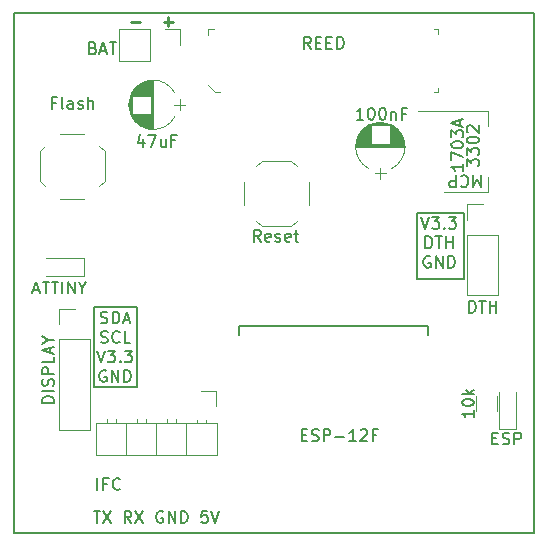
<source format=gbr>
G04 #@! TF.FileFunction,Legend,Top*
%FSLAX46Y46*%
G04 Gerber Fmt 4.6, Leading zero omitted, Abs format (unit mm)*
G04 Created by KiCad (PCBNEW 4.0.7) date Sun Jun 24 13:53:47 2018*
%MOMM*%
%LPD*%
G01*
G04 APERTURE LIST*
%ADD10C,0.100000*%
%ADD11C,0.150000*%
%ADD12C,0.200000*%
%ADD13C,0.250000*%
%ADD14C,0.152400*%
%ADD15C,0.120000*%
G04 APERTURE END LIST*
D10*
D11*
X116556476Y-111730381D02*
X117127905Y-111730381D01*
X116842190Y-112730381D02*
X116842190Y-111730381D01*
X117366000Y-111730381D02*
X118032667Y-112730381D01*
X118032667Y-111730381D02*
X117366000Y-112730381D01*
X119746953Y-112730381D02*
X119413619Y-112254190D01*
X119175524Y-112730381D02*
X119175524Y-111730381D01*
X119556477Y-111730381D01*
X119651715Y-111778000D01*
X119699334Y-111825619D01*
X119746953Y-111920857D01*
X119746953Y-112063714D01*
X119699334Y-112158952D01*
X119651715Y-112206571D01*
X119556477Y-112254190D01*
X119175524Y-112254190D01*
X120080286Y-111730381D02*
X120746953Y-112730381D01*
X120746953Y-111730381D02*
X120080286Y-112730381D01*
X122413620Y-111778000D02*
X122318382Y-111730381D01*
X122175525Y-111730381D01*
X122032667Y-111778000D01*
X121937429Y-111873238D01*
X121889810Y-111968476D01*
X121842191Y-112158952D01*
X121842191Y-112301810D01*
X121889810Y-112492286D01*
X121937429Y-112587524D01*
X122032667Y-112682762D01*
X122175525Y-112730381D01*
X122270763Y-112730381D01*
X122413620Y-112682762D01*
X122461239Y-112635143D01*
X122461239Y-112301810D01*
X122270763Y-112301810D01*
X122889810Y-112730381D02*
X122889810Y-111730381D01*
X123461239Y-112730381D01*
X123461239Y-111730381D01*
X123937429Y-112730381D02*
X123937429Y-111730381D01*
X124175524Y-111730381D01*
X124318382Y-111778000D01*
X124413620Y-111873238D01*
X124461239Y-111968476D01*
X124508858Y-112158952D01*
X124508858Y-112301810D01*
X124461239Y-112492286D01*
X124413620Y-112587524D01*
X124318382Y-112682762D01*
X124175524Y-112730381D01*
X123937429Y-112730381D01*
X126175525Y-111730381D02*
X125699334Y-111730381D01*
X125651715Y-112206571D01*
X125699334Y-112158952D01*
X125794572Y-112111333D01*
X126032668Y-112111333D01*
X126127906Y-112158952D01*
X126175525Y-112206571D01*
X126223144Y-112301810D01*
X126223144Y-112539905D01*
X126175525Y-112635143D01*
X126127906Y-112682762D01*
X126032668Y-112730381D01*
X125794572Y-112730381D01*
X125699334Y-112682762D01*
X125651715Y-112635143D01*
X126508858Y-111730381D02*
X126842191Y-112730381D01*
X127175525Y-111730381D01*
X149363333Y-83307619D02*
X149363333Y-84307619D01*
X149029999Y-83593333D01*
X148696666Y-84307619D01*
X148696666Y-83307619D01*
X147649047Y-83402857D02*
X147696666Y-83355238D01*
X147839523Y-83307619D01*
X147934761Y-83307619D01*
X148077619Y-83355238D01*
X148172857Y-83450476D01*
X148220476Y-83545714D01*
X148268095Y-83736190D01*
X148268095Y-83879048D01*
X148220476Y-84069524D01*
X148172857Y-84164762D01*
X148077619Y-84260000D01*
X147934761Y-84307619D01*
X147839523Y-84307619D01*
X147696666Y-84260000D01*
X147649047Y-84212381D01*
X147220476Y-83307619D02*
X147220476Y-84307619D01*
X146839523Y-84307619D01*
X146744285Y-84260000D01*
X146696666Y-84212381D01*
X146649047Y-84117143D01*
X146649047Y-83974286D01*
X146696666Y-83879048D01*
X146744285Y-83831429D01*
X146839523Y-83783810D01*
X147220476Y-83783810D01*
D12*
X116560000Y-101198000D02*
X116560000Y-94428000D01*
X147240000Y-92100000D02*
X147880000Y-92100000D01*
X143910000Y-86490000D02*
X143910000Y-92100000D01*
X147870000Y-86490000D02*
X143910000Y-86490000D01*
X147880000Y-92090000D02*
X147880000Y-86490000D01*
X143910000Y-92090000D02*
X147490000Y-92090000D01*
X116560000Y-94428000D02*
X116960000Y-94428000D01*
X120210000Y-101198000D02*
X116560000Y-101198000D01*
X120210000Y-94448000D02*
X120210000Y-101198000D01*
X116660000Y-94428000D02*
X120210000Y-94428000D01*
D13*
X119728095Y-70291429D02*
X120490000Y-70291429D01*
X122490000Y-70291429D02*
X123251905Y-70291429D01*
X122870953Y-70672381D02*
X122870953Y-69910476D01*
D11*
X117145714Y-95807762D02*
X117288571Y-95855381D01*
X117526667Y-95855381D01*
X117621905Y-95807762D01*
X117669524Y-95760143D01*
X117717143Y-95664905D01*
X117717143Y-95569667D01*
X117669524Y-95474429D01*
X117621905Y-95426810D01*
X117526667Y-95379190D01*
X117336190Y-95331571D01*
X117240952Y-95283952D01*
X117193333Y-95236333D01*
X117145714Y-95141095D01*
X117145714Y-95045857D01*
X117193333Y-94950619D01*
X117240952Y-94903000D01*
X117336190Y-94855381D01*
X117574286Y-94855381D01*
X117717143Y-94903000D01*
X118145714Y-95855381D02*
X118145714Y-94855381D01*
X118383809Y-94855381D01*
X118526667Y-94903000D01*
X118621905Y-94998238D01*
X118669524Y-95093476D01*
X118717143Y-95283952D01*
X118717143Y-95426810D01*
X118669524Y-95617286D01*
X118621905Y-95712524D01*
X118526667Y-95807762D01*
X118383809Y-95855381D01*
X118145714Y-95855381D01*
X119098095Y-95569667D02*
X119574286Y-95569667D01*
X119002857Y-95855381D02*
X119336190Y-94855381D01*
X119669524Y-95855381D01*
X117169524Y-97457762D02*
X117312381Y-97505381D01*
X117550477Y-97505381D01*
X117645715Y-97457762D01*
X117693334Y-97410143D01*
X117740953Y-97314905D01*
X117740953Y-97219667D01*
X117693334Y-97124429D01*
X117645715Y-97076810D01*
X117550477Y-97029190D01*
X117360000Y-96981571D01*
X117264762Y-96933952D01*
X117217143Y-96886333D01*
X117169524Y-96791095D01*
X117169524Y-96695857D01*
X117217143Y-96600619D01*
X117264762Y-96553000D01*
X117360000Y-96505381D01*
X117598096Y-96505381D01*
X117740953Y-96553000D01*
X118740953Y-97410143D02*
X118693334Y-97457762D01*
X118550477Y-97505381D01*
X118455239Y-97505381D01*
X118312381Y-97457762D01*
X118217143Y-97362524D01*
X118169524Y-97267286D01*
X118121905Y-97076810D01*
X118121905Y-96933952D01*
X118169524Y-96743476D01*
X118217143Y-96648238D01*
X118312381Y-96553000D01*
X118455239Y-96505381D01*
X118550477Y-96505381D01*
X118693334Y-96553000D01*
X118740953Y-96600619D01*
X119645715Y-97505381D02*
X119169524Y-97505381D01*
X119169524Y-96505381D01*
X116836191Y-98155381D02*
X117169524Y-99155381D01*
X117502858Y-98155381D01*
X117740953Y-98155381D02*
X118360001Y-98155381D01*
X118026667Y-98536333D01*
X118169525Y-98536333D01*
X118264763Y-98583952D01*
X118312382Y-98631571D01*
X118360001Y-98726810D01*
X118360001Y-98964905D01*
X118312382Y-99060143D01*
X118264763Y-99107762D01*
X118169525Y-99155381D01*
X117883810Y-99155381D01*
X117788572Y-99107762D01*
X117740953Y-99060143D01*
X118788572Y-99060143D02*
X118836191Y-99107762D01*
X118788572Y-99155381D01*
X118740953Y-99107762D01*
X118788572Y-99060143D01*
X118788572Y-99155381D01*
X119169524Y-98155381D02*
X119788572Y-98155381D01*
X119455238Y-98536333D01*
X119598096Y-98536333D01*
X119693334Y-98583952D01*
X119740953Y-98631571D01*
X119788572Y-98726810D01*
X119788572Y-98964905D01*
X119740953Y-99060143D01*
X119693334Y-99107762D01*
X119598096Y-99155381D01*
X119312381Y-99155381D01*
X119217143Y-99107762D01*
X119169524Y-99060143D01*
X117598096Y-99853000D02*
X117502858Y-99805381D01*
X117360001Y-99805381D01*
X117217143Y-99853000D01*
X117121905Y-99948238D01*
X117074286Y-100043476D01*
X117026667Y-100233952D01*
X117026667Y-100376810D01*
X117074286Y-100567286D01*
X117121905Y-100662524D01*
X117217143Y-100757762D01*
X117360001Y-100805381D01*
X117455239Y-100805381D01*
X117598096Y-100757762D01*
X117645715Y-100710143D01*
X117645715Y-100376810D01*
X117455239Y-100376810D01*
X118074286Y-100805381D02*
X118074286Y-99805381D01*
X118645715Y-100805381D01*
X118645715Y-99805381D01*
X119121905Y-100805381D02*
X119121905Y-99805381D01*
X119360000Y-99805381D01*
X119502858Y-99853000D01*
X119598096Y-99948238D01*
X119645715Y-100043476D01*
X119693334Y-100233952D01*
X119693334Y-100376810D01*
X119645715Y-100567286D01*
X119598096Y-100662524D01*
X119502858Y-100757762D01*
X119360000Y-100805381D01*
X119121905Y-100805381D01*
X144276191Y-86832381D02*
X144609524Y-87832381D01*
X144942858Y-86832381D01*
X145180953Y-86832381D02*
X145800001Y-86832381D01*
X145466667Y-87213333D01*
X145609525Y-87213333D01*
X145704763Y-87260952D01*
X145752382Y-87308571D01*
X145800001Y-87403810D01*
X145800001Y-87641905D01*
X145752382Y-87737143D01*
X145704763Y-87784762D01*
X145609525Y-87832381D01*
X145323810Y-87832381D01*
X145228572Y-87784762D01*
X145180953Y-87737143D01*
X146228572Y-87737143D02*
X146276191Y-87784762D01*
X146228572Y-87832381D01*
X146180953Y-87784762D01*
X146228572Y-87737143D01*
X146228572Y-87832381D01*
X146609524Y-86832381D02*
X147228572Y-86832381D01*
X146895238Y-87213333D01*
X147038096Y-87213333D01*
X147133334Y-87260952D01*
X147180953Y-87308571D01*
X147228572Y-87403810D01*
X147228572Y-87641905D01*
X147180953Y-87737143D01*
X147133334Y-87784762D01*
X147038096Y-87832381D01*
X146752381Y-87832381D01*
X146657143Y-87784762D01*
X146609524Y-87737143D01*
X144633333Y-89482381D02*
X144633333Y-88482381D01*
X144871428Y-88482381D01*
X145014286Y-88530000D01*
X145109524Y-88625238D01*
X145157143Y-88720476D01*
X145204762Y-88910952D01*
X145204762Y-89053810D01*
X145157143Y-89244286D01*
X145109524Y-89339524D01*
X145014286Y-89434762D01*
X144871428Y-89482381D01*
X144633333Y-89482381D01*
X145490476Y-88482381D02*
X146061905Y-88482381D01*
X145776190Y-89482381D02*
X145776190Y-88482381D01*
X146395238Y-89482381D02*
X146395238Y-88482381D01*
X146395238Y-88958571D02*
X146966667Y-88958571D01*
X146966667Y-89482381D02*
X146966667Y-88482381D01*
X145038096Y-90180000D02*
X144942858Y-90132381D01*
X144800001Y-90132381D01*
X144657143Y-90180000D01*
X144561905Y-90275238D01*
X144514286Y-90370476D01*
X144466667Y-90560952D01*
X144466667Y-90703810D01*
X144514286Y-90894286D01*
X144561905Y-90989524D01*
X144657143Y-91084762D01*
X144800001Y-91132381D01*
X144895239Y-91132381D01*
X145038096Y-91084762D01*
X145085715Y-91037143D01*
X145085715Y-90703810D01*
X144895239Y-90703810D01*
X145514286Y-91132381D02*
X145514286Y-90132381D01*
X146085715Y-91132381D01*
X146085715Y-90132381D01*
X146561905Y-91132381D02*
X146561905Y-90132381D01*
X146800000Y-90132381D01*
X146942858Y-90180000D01*
X147038096Y-90275238D01*
X147085715Y-90370476D01*
X147133334Y-90560952D01*
X147133334Y-90703810D01*
X147085715Y-90894286D01*
X147038096Y-90989524D01*
X146942858Y-91084762D01*
X146800000Y-91132381D01*
X146561905Y-91132381D01*
X148152381Y-82561905D02*
X148152381Y-81942857D01*
X148533333Y-82276191D01*
X148533333Y-82133333D01*
X148580952Y-82038095D01*
X148628571Y-81990476D01*
X148723810Y-81942857D01*
X148961905Y-81942857D01*
X149057143Y-81990476D01*
X149104762Y-82038095D01*
X149152381Y-82133333D01*
X149152381Y-82419048D01*
X149104762Y-82514286D01*
X149057143Y-82561905D01*
X148152381Y-81609524D02*
X148152381Y-80990476D01*
X148533333Y-81323810D01*
X148533333Y-81180952D01*
X148580952Y-81085714D01*
X148628571Y-81038095D01*
X148723810Y-80990476D01*
X148961905Y-80990476D01*
X149057143Y-81038095D01*
X149104762Y-81085714D01*
X149152381Y-81180952D01*
X149152381Y-81466667D01*
X149104762Y-81561905D01*
X149057143Y-81609524D01*
X148152381Y-80371429D02*
X148152381Y-80276190D01*
X148200000Y-80180952D01*
X148247619Y-80133333D01*
X148342857Y-80085714D01*
X148533333Y-80038095D01*
X148771429Y-80038095D01*
X148961905Y-80085714D01*
X149057143Y-80133333D01*
X149104762Y-80180952D01*
X149152381Y-80276190D01*
X149152381Y-80371429D01*
X149104762Y-80466667D01*
X149057143Y-80514286D01*
X148961905Y-80561905D01*
X148771429Y-80609524D01*
X148533333Y-80609524D01*
X148342857Y-80561905D01*
X148247619Y-80514286D01*
X148200000Y-80466667D01*
X148152381Y-80371429D01*
X148247619Y-79657143D02*
X148200000Y-79609524D01*
X148152381Y-79514286D01*
X148152381Y-79276190D01*
X148200000Y-79180952D01*
X148247619Y-79133333D01*
X148342857Y-79085714D01*
X148438095Y-79085714D01*
X148580952Y-79133333D01*
X149152381Y-79704762D01*
X149152381Y-79085714D01*
X109800000Y-113600000D02*
X109800000Y-69600000D01*
X153800000Y-113600000D02*
X109800000Y-113600000D01*
X153800000Y-69600000D02*
X153800000Y-113600000D01*
X109800000Y-69600000D02*
X153800000Y-69600000D01*
D14*
X144846000Y-96811000D02*
X144846000Y-96049000D01*
X144846000Y-96049000D02*
X128844000Y-96049000D01*
X128844000Y-96049000D02*
X128844000Y-96811000D01*
D15*
X139840830Y-79043564D02*
G75*
G03X139840000Y-82735996I979170J-1846436D01*
G01*
X141799170Y-79043564D02*
G75*
G02X141800000Y-82735996I-979170J-1846436D01*
G01*
X141799170Y-79043564D02*
G75*
G03X139840000Y-79044004I-979170J-1846436D01*
G01*
X138770000Y-80890000D02*
X142870000Y-80890000D01*
X138770000Y-80850000D02*
X142870000Y-80850000D01*
X138771000Y-80810000D02*
X142869000Y-80810000D01*
X138773000Y-80770000D02*
X142867000Y-80770000D01*
X138776000Y-80730000D02*
X142864000Y-80730000D01*
X138779000Y-80690000D02*
X142861000Y-80690000D01*
X138783000Y-80650000D02*
X140040000Y-80650000D01*
X141600000Y-80650000D02*
X142857000Y-80650000D01*
X138788000Y-80610000D02*
X140040000Y-80610000D01*
X141600000Y-80610000D02*
X142852000Y-80610000D01*
X138794000Y-80570000D02*
X140040000Y-80570000D01*
X141600000Y-80570000D02*
X142846000Y-80570000D01*
X138801000Y-80530000D02*
X140040000Y-80530000D01*
X141600000Y-80530000D02*
X142839000Y-80530000D01*
X138808000Y-80490000D02*
X140040000Y-80490000D01*
X141600000Y-80490000D02*
X142832000Y-80490000D01*
X138816000Y-80450000D02*
X140040000Y-80450000D01*
X141600000Y-80450000D02*
X142824000Y-80450000D01*
X138825000Y-80410000D02*
X140040000Y-80410000D01*
X141600000Y-80410000D02*
X142815000Y-80410000D01*
X138835000Y-80370000D02*
X140040000Y-80370000D01*
X141600000Y-80370000D02*
X142805000Y-80370000D01*
X138846000Y-80330000D02*
X140040000Y-80330000D01*
X141600000Y-80330000D02*
X142794000Y-80330000D01*
X138857000Y-80290000D02*
X140040000Y-80290000D01*
X141600000Y-80290000D02*
X142783000Y-80290000D01*
X138870000Y-80250000D02*
X140040000Y-80250000D01*
X141600000Y-80250000D02*
X142770000Y-80250000D01*
X138883000Y-80210000D02*
X140040000Y-80210000D01*
X141600000Y-80210000D02*
X142757000Y-80210000D01*
X138897000Y-80169000D02*
X140040000Y-80169000D01*
X141600000Y-80169000D02*
X142743000Y-80169000D01*
X138913000Y-80129000D02*
X140040000Y-80129000D01*
X141600000Y-80129000D02*
X142727000Y-80129000D01*
X138929000Y-80089000D02*
X140040000Y-80089000D01*
X141600000Y-80089000D02*
X142711000Y-80089000D01*
X138946000Y-80049000D02*
X140040000Y-80049000D01*
X141600000Y-80049000D02*
X142694000Y-80049000D01*
X138964000Y-80009000D02*
X140040000Y-80009000D01*
X141600000Y-80009000D02*
X142676000Y-80009000D01*
X138983000Y-79969000D02*
X140040000Y-79969000D01*
X141600000Y-79969000D02*
X142657000Y-79969000D01*
X139003000Y-79929000D02*
X140040000Y-79929000D01*
X141600000Y-79929000D02*
X142637000Y-79929000D01*
X139024000Y-79889000D02*
X140040000Y-79889000D01*
X141600000Y-79889000D02*
X142616000Y-79889000D01*
X139047000Y-79849000D02*
X140040000Y-79849000D01*
X141600000Y-79849000D02*
X142593000Y-79849000D01*
X139070000Y-79809000D02*
X140040000Y-79809000D01*
X141600000Y-79809000D02*
X142570000Y-79809000D01*
X139095000Y-79769000D02*
X140040000Y-79769000D01*
X141600000Y-79769000D02*
X142545000Y-79769000D01*
X139121000Y-79729000D02*
X140040000Y-79729000D01*
X141600000Y-79729000D02*
X142519000Y-79729000D01*
X139148000Y-79689000D02*
X140040000Y-79689000D01*
X141600000Y-79689000D02*
X142492000Y-79689000D01*
X139177000Y-79649000D02*
X140040000Y-79649000D01*
X141600000Y-79649000D02*
X142463000Y-79649000D01*
X139207000Y-79609000D02*
X140040000Y-79609000D01*
X141600000Y-79609000D02*
X142433000Y-79609000D01*
X139239000Y-79569000D02*
X140040000Y-79569000D01*
X141600000Y-79569000D02*
X142401000Y-79569000D01*
X139273000Y-79529000D02*
X140040000Y-79529000D01*
X141600000Y-79529000D02*
X142367000Y-79529000D01*
X139308000Y-79489000D02*
X140040000Y-79489000D01*
X141600000Y-79489000D02*
X142332000Y-79489000D01*
X139345000Y-79449000D02*
X140040000Y-79449000D01*
X141600000Y-79449000D02*
X142295000Y-79449000D01*
X139384000Y-79409000D02*
X140040000Y-79409000D01*
X141600000Y-79409000D02*
X142256000Y-79409000D01*
X139425000Y-79369000D02*
X140040000Y-79369000D01*
X141600000Y-79369000D02*
X142215000Y-79369000D01*
X139469000Y-79329000D02*
X140040000Y-79329000D01*
X141600000Y-79329000D02*
X142171000Y-79329000D01*
X139515000Y-79289000D02*
X140040000Y-79289000D01*
X141600000Y-79289000D02*
X142125000Y-79289000D01*
X139564000Y-79249000D02*
X140040000Y-79249000D01*
X141600000Y-79249000D02*
X142076000Y-79249000D01*
X139616000Y-79209000D02*
X140040000Y-79209000D01*
X141600000Y-79209000D02*
X142024000Y-79209000D01*
X139672000Y-79169000D02*
X140040000Y-79169000D01*
X141600000Y-79169000D02*
X141968000Y-79169000D01*
X139732000Y-79129000D02*
X140040000Y-79129000D01*
X141600000Y-79129000D02*
X141908000Y-79129000D01*
X139797000Y-79089000D02*
X141843000Y-79089000D01*
X139868000Y-79049000D02*
X141772000Y-79049000D01*
X139946000Y-79009000D02*
X141694000Y-79009000D01*
X140034000Y-78969000D02*
X141606000Y-78969000D01*
X140134000Y-78929000D02*
X141506000Y-78929000D01*
X140253000Y-78889000D02*
X141387000Y-78889000D01*
X140405000Y-78849000D02*
X141235000Y-78849000D01*
X140655000Y-78809000D02*
X140985000Y-78809000D01*
X140820000Y-83590000D02*
X140820000Y-82690000D01*
X140370000Y-83140000D02*
X141270000Y-83140000D01*
X119743564Y-78319170D02*
G75*
G03X123435996Y-78320000I1846436J979170D01*
G01*
X119743564Y-76360830D02*
G75*
G02X123435996Y-76360000I1846436J-979170D01*
G01*
X119743564Y-76360830D02*
G75*
G03X119744004Y-78320000I1846436J-979170D01*
G01*
X121590000Y-79390000D02*
X121590000Y-75290000D01*
X121550000Y-79390000D02*
X121550000Y-75290000D01*
X121510000Y-79389000D02*
X121510000Y-75291000D01*
X121470000Y-79387000D02*
X121470000Y-75293000D01*
X121430000Y-79384000D02*
X121430000Y-75296000D01*
X121390000Y-79381000D02*
X121390000Y-75299000D01*
X121350000Y-79377000D02*
X121350000Y-78120000D01*
X121350000Y-76560000D02*
X121350000Y-75303000D01*
X121310000Y-79372000D02*
X121310000Y-78120000D01*
X121310000Y-76560000D02*
X121310000Y-75308000D01*
X121270000Y-79366000D02*
X121270000Y-78120000D01*
X121270000Y-76560000D02*
X121270000Y-75314000D01*
X121230000Y-79359000D02*
X121230000Y-78120000D01*
X121230000Y-76560000D02*
X121230000Y-75321000D01*
X121190000Y-79352000D02*
X121190000Y-78120000D01*
X121190000Y-76560000D02*
X121190000Y-75328000D01*
X121150000Y-79344000D02*
X121150000Y-78120000D01*
X121150000Y-76560000D02*
X121150000Y-75336000D01*
X121110000Y-79335000D02*
X121110000Y-78120000D01*
X121110000Y-76560000D02*
X121110000Y-75345000D01*
X121070000Y-79325000D02*
X121070000Y-78120000D01*
X121070000Y-76560000D02*
X121070000Y-75355000D01*
X121030000Y-79314000D02*
X121030000Y-78120000D01*
X121030000Y-76560000D02*
X121030000Y-75366000D01*
X120990000Y-79303000D02*
X120990000Y-78120000D01*
X120990000Y-76560000D02*
X120990000Y-75377000D01*
X120950000Y-79290000D02*
X120950000Y-78120000D01*
X120950000Y-76560000D02*
X120950000Y-75390000D01*
X120910000Y-79277000D02*
X120910000Y-78120000D01*
X120910000Y-76560000D02*
X120910000Y-75403000D01*
X120869000Y-79263000D02*
X120869000Y-78120000D01*
X120869000Y-76560000D02*
X120869000Y-75417000D01*
X120829000Y-79247000D02*
X120829000Y-78120000D01*
X120829000Y-76560000D02*
X120829000Y-75433000D01*
X120789000Y-79231000D02*
X120789000Y-78120000D01*
X120789000Y-76560000D02*
X120789000Y-75449000D01*
X120749000Y-79214000D02*
X120749000Y-78120000D01*
X120749000Y-76560000D02*
X120749000Y-75466000D01*
X120709000Y-79196000D02*
X120709000Y-78120000D01*
X120709000Y-76560000D02*
X120709000Y-75484000D01*
X120669000Y-79177000D02*
X120669000Y-78120000D01*
X120669000Y-76560000D02*
X120669000Y-75503000D01*
X120629000Y-79157000D02*
X120629000Y-78120000D01*
X120629000Y-76560000D02*
X120629000Y-75523000D01*
X120589000Y-79136000D02*
X120589000Y-78120000D01*
X120589000Y-76560000D02*
X120589000Y-75544000D01*
X120549000Y-79113000D02*
X120549000Y-78120000D01*
X120549000Y-76560000D02*
X120549000Y-75567000D01*
X120509000Y-79090000D02*
X120509000Y-78120000D01*
X120509000Y-76560000D02*
X120509000Y-75590000D01*
X120469000Y-79065000D02*
X120469000Y-78120000D01*
X120469000Y-76560000D02*
X120469000Y-75615000D01*
X120429000Y-79039000D02*
X120429000Y-78120000D01*
X120429000Y-76560000D02*
X120429000Y-75641000D01*
X120389000Y-79012000D02*
X120389000Y-78120000D01*
X120389000Y-76560000D02*
X120389000Y-75668000D01*
X120349000Y-78983000D02*
X120349000Y-78120000D01*
X120349000Y-76560000D02*
X120349000Y-75697000D01*
X120309000Y-78953000D02*
X120309000Y-78120000D01*
X120309000Y-76560000D02*
X120309000Y-75727000D01*
X120269000Y-78921000D02*
X120269000Y-78120000D01*
X120269000Y-76560000D02*
X120269000Y-75759000D01*
X120229000Y-78887000D02*
X120229000Y-78120000D01*
X120229000Y-76560000D02*
X120229000Y-75793000D01*
X120189000Y-78852000D02*
X120189000Y-78120000D01*
X120189000Y-76560000D02*
X120189000Y-75828000D01*
X120149000Y-78815000D02*
X120149000Y-78120000D01*
X120149000Y-76560000D02*
X120149000Y-75865000D01*
X120109000Y-78776000D02*
X120109000Y-78120000D01*
X120109000Y-76560000D02*
X120109000Y-75904000D01*
X120069000Y-78735000D02*
X120069000Y-78120000D01*
X120069000Y-76560000D02*
X120069000Y-75945000D01*
X120029000Y-78691000D02*
X120029000Y-78120000D01*
X120029000Y-76560000D02*
X120029000Y-75989000D01*
X119989000Y-78645000D02*
X119989000Y-78120000D01*
X119989000Y-76560000D02*
X119989000Y-76035000D01*
X119949000Y-78596000D02*
X119949000Y-78120000D01*
X119949000Y-76560000D02*
X119949000Y-76084000D01*
X119909000Y-78544000D02*
X119909000Y-78120000D01*
X119909000Y-76560000D02*
X119909000Y-76136000D01*
X119869000Y-78488000D02*
X119869000Y-78120000D01*
X119869000Y-76560000D02*
X119869000Y-76192000D01*
X119829000Y-78428000D02*
X119829000Y-78120000D01*
X119829000Y-76560000D02*
X119829000Y-76252000D01*
X119789000Y-78363000D02*
X119789000Y-76317000D01*
X119749000Y-78292000D02*
X119749000Y-76388000D01*
X119709000Y-78214000D02*
X119709000Y-76466000D01*
X119669000Y-78126000D02*
X119669000Y-76554000D01*
X119629000Y-78026000D02*
X119629000Y-76654000D01*
X119589000Y-77907000D02*
X119589000Y-76773000D01*
X119549000Y-77755000D02*
X119549000Y-76925000D01*
X119509000Y-77505000D02*
X119509000Y-77175000D01*
X124290000Y-77340000D02*
X123390000Y-77340000D01*
X123840000Y-77790000D02*
X123840000Y-76890000D01*
X112520000Y-90330000D02*
X115720000Y-90330000D01*
X115720000Y-91830000D02*
X112520000Y-91830000D01*
X115720000Y-91830000D02*
X115720000Y-90330000D01*
X152334000Y-101626000D02*
X152334000Y-104826000D01*
X150834000Y-104826000D02*
X150834000Y-101626000D01*
X150834000Y-104826000D02*
X152334000Y-104826000D01*
X148926000Y-103226000D02*
X148926000Y-102026000D01*
X150686000Y-102026000D02*
X150686000Y-103226000D01*
X133726000Y-82546000D02*
X133276000Y-82096000D01*
X130326000Y-82546000D02*
X130776000Y-82096000D01*
X130326000Y-87146000D02*
X130776000Y-87596000D01*
X133726000Y-87146000D02*
X133276000Y-87596000D01*
X129276000Y-85846000D02*
X129276000Y-83846000D01*
X133276000Y-82096000D02*
X130776000Y-82096000D01*
X134776000Y-85846000D02*
X134776000Y-83846000D01*
X133276000Y-87596000D02*
X130776000Y-87596000D01*
X112420000Y-80830000D02*
X111970000Y-81280000D01*
X112420000Y-84230000D02*
X111970000Y-83780000D01*
X117020000Y-84230000D02*
X117470000Y-83780000D01*
X117020000Y-80830000D02*
X117470000Y-81280000D01*
X115720000Y-85280000D02*
X113720000Y-85280000D01*
X111970000Y-81280000D02*
X111970000Y-83780000D01*
X115720000Y-79780000D02*
X113720000Y-79780000D01*
X117470000Y-81280000D02*
X117470000Y-83780000D01*
X149980000Y-84700000D02*
X149980000Y-83440000D01*
X149980000Y-77880000D02*
X149980000Y-79140000D01*
X146220000Y-84700000D02*
X149980000Y-84700000D01*
X143970000Y-77880000D02*
X149980000Y-77880000D01*
D10*
X126210000Y-75660000D02*
X126785000Y-76260000D01*
X126785000Y-76260000D02*
X127235000Y-76260000D01*
X126760000Y-70960000D02*
X126210000Y-70960000D01*
X126210000Y-70960000D02*
X126210000Y-71410000D01*
X145710000Y-75910000D02*
X145710000Y-76260000D01*
X145710000Y-76260000D02*
X145335000Y-76260000D01*
X145335000Y-70960000D02*
X145710000Y-70960000D01*
X145710000Y-70960000D02*
X145710000Y-71310000D01*
D15*
X148160000Y-93480000D02*
X150820000Y-93480000D01*
X148160000Y-88340000D02*
X148160000Y-93480000D01*
X150820000Y-88340000D02*
X150820000Y-93480000D01*
X148160000Y-88340000D02*
X150820000Y-88340000D01*
X148160000Y-87070000D02*
X148160000Y-85740000D01*
X148160000Y-85740000D02*
X149490000Y-85740000D01*
X118700000Y-70950000D02*
X118700000Y-73610000D01*
X121300000Y-70950000D02*
X118700000Y-70950000D01*
X121300000Y-73610000D02*
X118700000Y-73610000D01*
X121300000Y-70950000D02*
X121300000Y-73610000D01*
X122570000Y-70950000D02*
X123900000Y-70950000D01*
X123900000Y-70950000D02*
X123900000Y-72280000D01*
X113610000Y-97190000D02*
X113610000Y-104870000D01*
X113610000Y-104870000D02*
X116270000Y-104870000D01*
X116270000Y-104870000D02*
X116270000Y-97190000D01*
X116270000Y-97190000D02*
X113610000Y-97190000D01*
X113610000Y-95920000D02*
X113610000Y-94590000D01*
X113610000Y-94590000D02*
X114940000Y-94590000D01*
X127006000Y-104320000D02*
X116726000Y-104320000D01*
X116726000Y-104320000D02*
X116726000Y-106980000D01*
X116726000Y-106980000D02*
X127006000Y-106980000D01*
X127006000Y-106980000D02*
X127006000Y-104320000D01*
X126056000Y-103990000D02*
X126056000Y-104320000D01*
X125296000Y-103990000D02*
X125296000Y-104320000D01*
X124406000Y-104320000D02*
X124406000Y-106980000D01*
X123516000Y-103922929D02*
X123516000Y-104320000D01*
X122756000Y-103922929D02*
X122756000Y-104320000D01*
X121866000Y-104320000D02*
X121866000Y-106980000D01*
X120976000Y-103922929D02*
X120976000Y-104320000D01*
X120216000Y-103922929D02*
X120216000Y-104320000D01*
X119326000Y-104320000D02*
X119326000Y-106980000D01*
X118436000Y-103922929D02*
X118436000Y-104320000D01*
X117676000Y-103922929D02*
X117676000Y-104320000D01*
X125676000Y-101610000D02*
X126946000Y-101610000D01*
X126946000Y-101610000D02*
X126946000Y-102880000D01*
D11*
X134159524Y-105288571D02*
X134492858Y-105288571D01*
X134635715Y-105812381D02*
X134159524Y-105812381D01*
X134159524Y-104812381D01*
X134635715Y-104812381D01*
X135016667Y-105764762D02*
X135159524Y-105812381D01*
X135397620Y-105812381D01*
X135492858Y-105764762D01*
X135540477Y-105717143D01*
X135588096Y-105621905D01*
X135588096Y-105526667D01*
X135540477Y-105431429D01*
X135492858Y-105383810D01*
X135397620Y-105336190D01*
X135207143Y-105288571D01*
X135111905Y-105240952D01*
X135064286Y-105193333D01*
X135016667Y-105098095D01*
X135016667Y-105002857D01*
X135064286Y-104907619D01*
X135111905Y-104860000D01*
X135207143Y-104812381D01*
X135445239Y-104812381D01*
X135588096Y-104860000D01*
X136016667Y-105812381D02*
X136016667Y-104812381D01*
X136397620Y-104812381D01*
X136492858Y-104860000D01*
X136540477Y-104907619D01*
X136588096Y-105002857D01*
X136588096Y-105145714D01*
X136540477Y-105240952D01*
X136492858Y-105288571D01*
X136397620Y-105336190D01*
X136016667Y-105336190D01*
X137016667Y-105431429D02*
X137778572Y-105431429D01*
X138778572Y-105812381D02*
X138207143Y-105812381D01*
X138492857Y-105812381D02*
X138492857Y-104812381D01*
X138397619Y-104955238D01*
X138302381Y-105050476D01*
X138207143Y-105098095D01*
X139159524Y-104907619D02*
X139207143Y-104860000D01*
X139302381Y-104812381D01*
X139540477Y-104812381D01*
X139635715Y-104860000D01*
X139683334Y-104907619D01*
X139730953Y-105002857D01*
X139730953Y-105098095D01*
X139683334Y-105240952D01*
X139111905Y-105812381D01*
X139730953Y-105812381D01*
X140492858Y-105288571D02*
X140159524Y-105288571D01*
X140159524Y-105812381D02*
X140159524Y-104812381D01*
X140635715Y-104812381D01*
X139382381Y-78602381D02*
X138810952Y-78602381D01*
X139096666Y-78602381D02*
X139096666Y-77602381D01*
X139001428Y-77745238D01*
X138906190Y-77840476D01*
X138810952Y-77888095D01*
X140001428Y-77602381D02*
X140096667Y-77602381D01*
X140191905Y-77650000D01*
X140239524Y-77697619D01*
X140287143Y-77792857D01*
X140334762Y-77983333D01*
X140334762Y-78221429D01*
X140287143Y-78411905D01*
X140239524Y-78507143D01*
X140191905Y-78554762D01*
X140096667Y-78602381D01*
X140001428Y-78602381D01*
X139906190Y-78554762D01*
X139858571Y-78507143D01*
X139810952Y-78411905D01*
X139763333Y-78221429D01*
X139763333Y-77983333D01*
X139810952Y-77792857D01*
X139858571Y-77697619D01*
X139906190Y-77650000D01*
X140001428Y-77602381D01*
X140953809Y-77602381D02*
X141049048Y-77602381D01*
X141144286Y-77650000D01*
X141191905Y-77697619D01*
X141239524Y-77792857D01*
X141287143Y-77983333D01*
X141287143Y-78221429D01*
X141239524Y-78411905D01*
X141191905Y-78507143D01*
X141144286Y-78554762D01*
X141049048Y-78602381D01*
X140953809Y-78602381D01*
X140858571Y-78554762D01*
X140810952Y-78507143D01*
X140763333Y-78411905D01*
X140715714Y-78221429D01*
X140715714Y-77983333D01*
X140763333Y-77792857D01*
X140810952Y-77697619D01*
X140858571Y-77650000D01*
X140953809Y-77602381D01*
X141715714Y-77935714D02*
X141715714Y-78602381D01*
X141715714Y-78030952D02*
X141763333Y-77983333D01*
X141858571Y-77935714D01*
X142001429Y-77935714D01*
X142096667Y-77983333D01*
X142144286Y-78078571D01*
X142144286Y-78602381D01*
X142953810Y-78078571D02*
X142620476Y-78078571D01*
X142620476Y-78602381D02*
X142620476Y-77602381D01*
X143096667Y-77602381D01*
X120753334Y-80215714D02*
X120753334Y-80882381D01*
X120515238Y-79834762D02*
X120277143Y-80549048D01*
X120896191Y-80549048D01*
X121181905Y-79882381D02*
X121848572Y-79882381D01*
X121420000Y-80882381D01*
X122658096Y-80215714D02*
X122658096Y-80882381D01*
X122229524Y-80215714D02*
X122229524Y-80739524D01*
X122277143Y-80834762D01*
X122372381Y-80882381D01*
X122515239Y-80882381D01*
X122610477Y-80834762D01*
X122658096Y-80787143D01*
X123467620Y-80358571D02*
X123134286Y-80358571D01*
X123134286Y-80882381D02*
X123134286Y-79882381D01*
X123610477Y-79882381D01*
X111459524Y-93016667D02*
X111935715Y-93016667D01*
X111364286Y-93302381D02*
X111697619Y-92302381D01*
X112030953Y-93302381D01*
X112221429Y-92302381D02*
X112792858Y-92302381D01*
X112507143Y-93302381D02*
X112507143Y-92302381D01*
X112983334Y-92302381D02*
X113554763Y-92302381D01*
X113269048Y-93302381D02*
X113269048Y-92302381D01*
X113888096Y-93302381D02*
X113888096Y-92302381D01*
X114364286Y-93302381D02*
X114364286Y-92302381D01*
X114935715Y-93302381D01*
X114935715Y-92302381D01*
X115602381Y-92826190D02*
X115602381Y-93302381D01*
X115269048Y-92302381D02*
X115602381Y-92826190D01*
X115935715Y-92302381D01*
X150313524Y-105574571D02*
X150646858Y-105574571D01*
X150789715Y-106098381D02*
X150313524Y-106098381D01*
X150313524Y-105098381D01*
X150789715Y-105098381D01*
X151170667Y-106050762D02*
X151313524Y-106098381D01*
X151551620Y-106098381D01*
X151646858Y-106050762D01*
X151694477Y-106003143D01*
X151742096Y-105907905D01*
X151742096Y-105812667D01*
X151694477Y-105717429D01*
X151646858Y-105669810D01*
X151551620Y-105622190D01*
X151361143Y-105574571D01*
X151265905Y-105526952D01*
X151218286Y-105479333D01*
X151170667Y-105384095D01*
X151170667Y-105288857D01*
X151218286Y-105193619D01*
X151265905Y-105146000D01*
X151361143Y-105098381D01*
X151599239Y-105098381D01*
X151742096Y-105146000D01*
X152170667Y-106098381D02*
X152170667Y-105098381D01*
X152551620Y-105098381D01*
X152646858Y-105146000D01*
X152694477Y-105193619D01*
X152742096Y-105288857D01*
X152742096Y-105431714D01*
X152694477Y-105526952D01*
X152646858Y-105574571D01*
X152551620Y-105622190D01*
X152170667Y-105622190D01*
X148734381Y-103221238D02*
X148734381Y-103792667D01*
X148734381Y-103506953D02*
X147734381Y-103506953D01*
X147877238Y-103602191D01*
X147972476Y-103697429D01*
X148020095Y-103792667D01*
X147734381Y-102602191D02*
X147734381Y-102506952D01*
X147782000Y-102411714D01*
X147829619Y-102364095D01*
X147924857Y-102316476D01*
X148115333Y-102268857D01*
X148353429Y-102268857D01*
X148543905Y-102316476D01*
X148639143Y-102364095D01*
X148686762Y-102411714D01*
X148734381Y-102506952D01*
X148734381Y-102602191D01*
X148686762Y-102697429D01*
X148639143Y-102745048D01*
X148543905Y-102792667D01*
X148353429Y-102840286D01*
X148115333Y-102840286D01*
X147924857Y-102792667D01*
X147829619Y-102745048D01*
X147782000Y-102697429D01*
X147734381Y-102602191D01*
X148734381Y-101840286D02*
X147734381Y-101840286D01*
X148353429Y-101745048D02*
X148734381Y-101459333D01*
X148067714Y-101459333D02*
X148448667Y-101840286D01*
X130697905Y-88928381D02*
X130364571Y-88452190D01*
X130126476Y-88928381D02*
X130126476Y-87928381D01*
X130507429Y-87928381D01*
X130602667Y-87976000D01*
X130650286Y-88023619D01*
X130697905Y-88118857D01*
X130697905Y-88261714D01*
X130650286Y-88356952D01*
X130602667Y-88404571D01*
X130507429Y-88452190D01*
X130126476Y-88452190D01*
X131507429Y-88880762D02*
X131412191Y-88928381D01*
X131221714Y-88928381D01*
X131126476Y-88880762D01*
X131078857Y-88785524D01*
X131078857Y-88404571D01*
X131126476Y-88309333D01*
X131221714Y-88261714D01*
X131412191Y-88261714D01*
X131507429Y-88309333D01*
X131555048Y-88404571D01*
X131555048Y-88499810D01*
X131078857Y-88595048D01*
X131936000Y-88880762D02*
X132031238Y-88928381D01*
X132221714Y-88928381D01*
X132316953Y-88880762D01*
X132364572Y-88785524D01*
X132364572Y-88737905D01*
X132316953Y-88642667D01*
X132221714Y-88595048D01*
X132078857Y-88595048D01*
X131983619Y-88547429D01*
X131936000Y-88452190D01*
X131936000Y-88404571D01*
X131983619Y-88309333D01*
X132078857Y-88261714D01*
X132221714Y-88261714D01*
X132316953Y-88309333D01*
X133174096Y-88880762D02*
X133078858Y-88928381D01*
X132888381Y-88928381D01*
X132793143Y-88880762D01*
X132745524Y-88785524D01*
X132745524Y-88404571D01*
X132793143Y-88309333D01*
X132888381Y-88261714D01*
X133078858Y-88261714D01*
X133174096Y-88309333D01*
X133221715Y-88404571D01*
X133221715Y-88499810D01*
X132745524Y-88595048D01*
X133507429Y-88261714D02*
X133888381Y-88261714D01*
X133650286Y-87928381D02*
X133650286Y-88785524D01*
X133697905Y-88880762D01*
X133793143Y-88928381D01*
X133888381Y-88928381D01*
X113325429Y-77154571D02*
X112992095Y-77154571D01*
X112992095Y-77678381D02*
X112992095Y-76678381D01*
X113468286Y-76678381D01*
X113992095Y-77678381D02*
X113896857Y-77630762D01*
X113849238Y-77535524D01*
X113849238Y-76678381D01*
X114801620Y-77678381D02*
X114801620Y-77154571D01*
X114754001Y-77059333D01*
X114658763Y-77011714D01*
X114468286Y-77011714D01*
X114373048Y-77059333D01*
X114801620Y-77630762D02*
X114706382Y-77678381D01*
X114468286Y-77678381D01*
X114373048Y-77630762D01*
X114325429Y-77535524D01*
X114325429Y-77440286D01*
X114373048Y-77345048D01*
X114468286Y-77297429D01*
X114706382Y-77297429D01*
X114801620Y-77249810D01*
X115230191Y-77630762D02*
X115325429Y-77678381D01*
X115515905Y-77678381D01*
X115611144Y-77630762D01*
X115658763Y-77535524D01*
X115658763Y-77487905D01*
X115611144Y-77392667D01*
X115515905Y-77345048D01*
X115373048Y-77345048D01*
X115277810Y-77297429D01*
X115230191Y-77202190D01*
X115230191Y-77154571D01*
X115277810Y-77059333D01*
X115373048Y-77011714D01*
X115515905Y-77011714D01*
X115611144Y-77059333D01*
X116087334Y-77678381D02*
X116087334Y-76678381D01*
X116515906Y-77678381D02*
X116515906Y-77154571D01*
X116468287Y-77059333D01*
X116373049Y-77011714D01*
X116230191Y-77011714D01*
X116134953Y-77059333D01*
X116087334Y-77106952D01*
X147832381Y-82341428D02*
X147832381Y-82912857D01*
X147832381Y-82627143D02*
X146832381Y-82627143D01*
X146975238Y-82722381D01*
X147070476Y-82817619D01*
X147118095Y-82912857D01*
X146832381Y-82008095D02*
X146832381Y-81341428D01*
X147832381Y-81770000D01*
X146832381Y-80770000D02*
X146832381Y-80674761D01*
X146880000Y-80579523D01*
X146927619Y-80531904D01*
X147022857Y-80484285D01*
X147213333Y-80436666D01*
X147451429Y-80436666D01*
X147641905Y-80484285D01*
X147737143Y-80531904D01*
X147784762Y-80579523D01*
X147832381Y-80674761D01*
X147832381Y-80770000D01*
X147784762Y-80865238D01*
X147737143Y-80912857D01*
X147641905Y-80960476D01*
X147451429Y-81008095D01*
X147213333Y-81008095D01*
X147022857Y-80960476D01*
X146927619Y-80912857D01*
X146880000Y-80865238D01*
X146832381Y-80770000D01*
X146832381Y-80103333D02*
X146832381Y-79484285D01*
X147213333Y-79817619D01*
X147213333Y-79674761D01*
X147260952Y-79579523D01*
X147308571Y-79531904D01*
X147403810Y-79484285D01*
X147641905Y-79484285D01*
X147737143Y-79531904D01*
X147784762Y-79579523D01*
X147832381Y-79674761D01*
X147832381Y-79960476D01*
X147784762Y-80055714D01*
X147737143Y-80103333D01*
X147546667Y-79103333D02*
X147546667Y-78627142D01*
X147832381Y-79198571D02*
X146832381Y-78865238D01*
X147832381Y-78531904D01*
X134924762Y-72592381D02*
X134591428Y-72116190D01*
X134353333Y-72592381D02*
X134353333Y-71592381D01*
X134734286Y-71592381D01*
X134829524Y-71640000D01*
X134877143Y-71687619D01*
X134924762Y-71782857D01*
X134924762Y-71925714D01*
X134877143Y-72020952D01*
X134829524Y-72068571D01*
X134734286Y-72116190D01*
X134353333Y-72116190D01*
X135353333Y-72068571D02*
X135686667Y-72068571D01*
X135829524Y-72592381D02*
X135353333Y-72592381D01*
X135353333Y-71592381D01*
X135829524Y-71592381D01*
X136258095Y-72068571D02*
X136591429Y-72068571D01*
X136734286Y-72592381D02*
X136258095Y-72592381D01*
X136258095Y-71592381D01*
X136734286Y-71592381D01*
X137162857Y-72592381D02*
X137162857Y-71592381D01*
X137400952Y-71592381D01*
X137543810Y-71640000D01*
X137639048Y-71735238D01*
X137686667Y-71830476D01*
X137734286Y-72020952D01*
X137734286Y-72163810D01*
X137686667Y-72354286D01*
X137639048Y-72449524D01*
X137543810Y-72544762D01*
X137400952Y-72592381D01*
X137162857Y-72592381D01*
X148323333Y-94932381D02*
X148323333Y-93932381D01*
X148561428Y-93932381D01*
X148704286Y-93980000D01*
X148799524Y-94075238D01*
X148847143Y-94170476D01*
X148894762Y-94360952D01*
X148894762Y-94503810D01*
X148847143Y-94694286D01*
X148799524Y-94789524D01*
X148704286Y-94884762D01*
X148561428Y-94932381D01*
X148323333Y-94932381D01*
X149180476Y-93932381D02*
X149751905Y-93932381D01*
X149466190Y-94932381D02*
X149466190Y-93932381D01*
X150085238Y-94932381D02*
X150085238Y-93932381D01*
X150085238Y-94408571D02*
X150656667Y-94408571D01*
X150656667Y-94932381D02*
X150656667Y-93932381D01*
X116511905Y-72528571D02*
X116654762Y-72576190D01*
X116702381Y-72623810D01*
X116750000Y-72719048D01*
X116750000Y-72861905D01*
X116702381Y-72957143D01*
X116654762Y-73004762D01*
X116559524Y-73052381D01*
X116178571Y-73052381D01*
X116178571Y-72052381D01*
X116511905Y-72052381D01*
X116607143Y-72100000D01*
X116654762Y-72147619D01*
X116702381Y-72242857D01*
X116702381Y-72338095D01*
X116654762Y-72433333D01*
X116607143Y-72480952D01*
X116511905Y-72528571D01*
X116178571Y-72528571D01*
X117130952Y-72766667D02*
X117607143Y-72766667D01*
X117035714Y-73052381D02*
X117369047Y-72052381D01*
X117702381Y-73052381D01*
X117892857Y-72052381D02*
X118464286Y-72052381D01*
X118178571Y-73052381D02*
X118178571Y-72052381D01*
X113174381Y-102570095D02*
X112174381Y-102570095D01*
X112174381Y-102332000D01*
X112222000Y-102189142D01*
X112317238Y-102093904D01*
X112412476Y-102046285D01*
X112602952Y-101998666D01*
X112745810Y-101998666D01*
X112936286Y-102046285D01*
X113031524Y-102093904D01*
X113126762Y-102189142D01*
X113174381Y-102332000D01*
X113174381Y-102570095D01*
X113174381Y-101570095D02*
X112174381Y-101570095D01*
X113126762Y-101141524D02*
X113174381Y-100998667D01*
X113174381Y-100760571D01*
X113126762Y-100665333D01*
X113079143Y-100617714D01*
X112983905Y-100570095D01*
X112888667Y-100570095D01*
X112793429Y-100617714D01*
X112745810Y-100665333D01*
X112698190Y-100760571D01*
X112650571Y-100951048D01*
X112602952Y-101046286D01*
X112555333Y-101093905D01*
X112460095Y-101141524D01*
X112364857Y-101141524D01*
X112269619Y-101093905D01*
X112222000Y-101046286D01*
X112174381Y-100951048D01*
X112174381Y-100712952D01*
X112222000Y-100570095D01*
X113174381Y-100141524D02*
X112174381Y-100141524D01*
X112174381Y-99760571D01*
X112222000Y-99665333D01*
X112269619Y-99617714D01*
X112364857Y-99570095D01*
X112507714Y-99570095D01*
X112602952Y-99617714D01*
X112650571Y-99665333D01*
X112698190Y-99760571D01*
X112698190Y-100141524D01*
X113174381Y-98665333D02*
X113174381Y-99141524D01*
X112174381Y-99141524D01*
X112888667Y-98379619D02*
X112888667Y-97903428D01*
X113174381Y-98474857D02*
X112174381Y-98141524D01*
X113174381Y-97808190D01*
X112698190Y-97284381D02*
X113174381Y-97284381D01*
X112174381Y-97617714D02*
X112698190Y-97284381D01*
X112174381Y-96951047D01*
X116873429Y-109936381D02*
X116873429Y-108936381D01*
X117682953Y-109412571D02*
X117349619Y-109412571D01*
X117349619Y-109936381D02*
X117349619Y-108936381D01*
X117825810Y-108936381D01*
X118778191Y-109841143D02*
X118730572Y-109888762D01*
X118587715Y-109936381D01*
X118492477Y-109936381D01*
X118349619Y-109888762D01*
X118254381Y-109793524D01*
X118206762Y-109698286D01*
X118159143Y-109507810D01*
X118159143Y-109364952D01*
X118206762Y-109174476D01*
X118254381Y-109079238D01*
X118349619Y-108984000D01*
X118492477Y-108936381D01*
X118587715Y-108936381D01*
X118730572Y-108984000D01*
X118778191Y-109031619D01*
M02*

</source>
